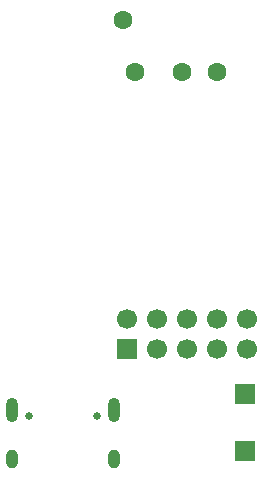
<source format=gbr>
%TF.GenerationSoftware,KiCad,Pcbnew,9.0.4*%
%TF.CreationDate,2025-09-28T00:51:42+02:00*%
%TF.ProjectId,BTM308-host-bottom,42544d33-3038-42d6-986f-73742d626f74,rev?*%
%TF.SameCoordinates,Original*%
%TF.FileFunction,Soldermask,Bot*%
%TF.FilePolarity,Negative*%
%FSLAX46Y46*%
G04 Gerber Fmt 4.6, Leading zero omitted, Abs format (unit mm)*
G04 Created by KiCad (PCBNEW 9.0.4) date 2025-09-28 00:51:42*
%MOMM*%
%LPD*%
G01*
G04 APERTURE LIST*
%ADD10R,1.700000X1.700000*%
%ADD11C,1.700000*%
%ADD12C,1.600000*%
%ADD13C,0.650000*%
%ADD14O,1.000000X2.100000*%
%ADD15O,1.000000X1.600000*%
G04 APERTURE END LIST*
D10*
%TO.C,J1*%
X155420000Y-85127500D03*
D11*
X155420000Y-82587500D03*
X157960000Y-85127500D03*
X157960000Y-82587500D03*
X160500000Y-85127500D03*
X160500000Y-82587500D03*
X163040000Y-85127500D03*
X163040000Y-82587500D03*
X165580000Y-85127500D03*
X165580000Y-82587500D03*
%TD*%
D10*
%TO.C,J4*%
X165400000Y-93800000D03*
%TD*%
%TO.C,J3*%
X165400000Y-88900000D03*
%TD*%
D12*
%TO.C,U3*%
X155050000Y-57300000D03*
X156050000Y-61700000D03*
X160050000Y-61700000D03*
X163050000Y-61700000D03*
%TD*%
D13*
%TO.C,J2*%
X147110000Y-90797500D03*
X152890000Y-90797500D03*
D14*
X145680000Y-90267500D03*
D15*
X145680000Y-94447500D03*
D14*
X154320000Y-90267500D03*
D15*
X154320000Y-94447500D03*
%TD*%
M02*

</source>
